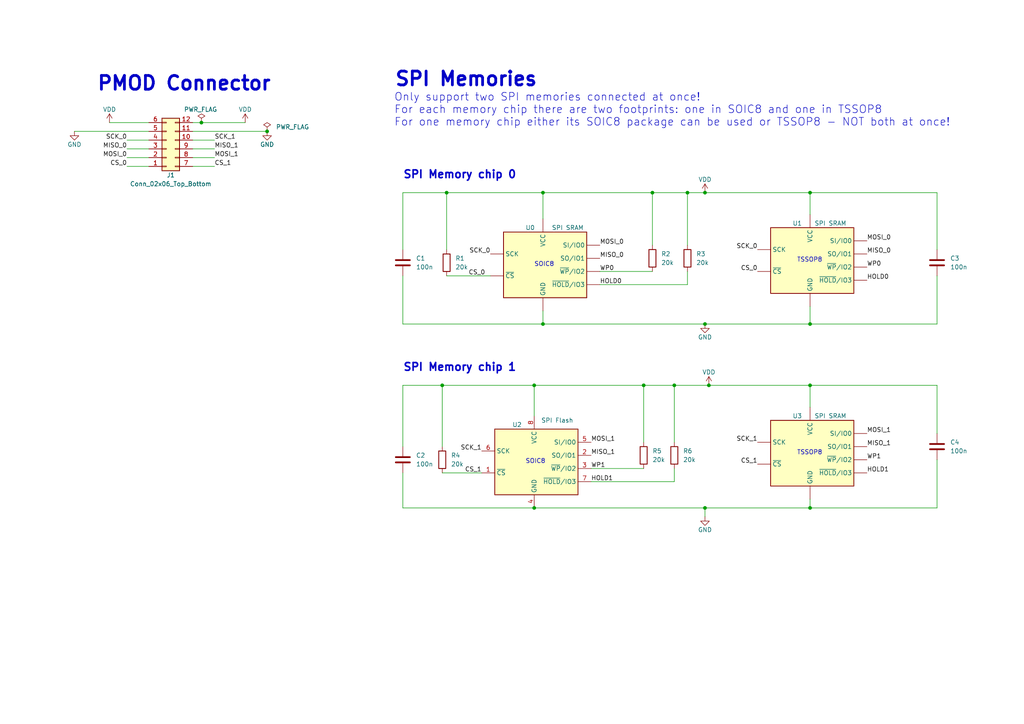
<source format=kicad_sch>
(kicad_sch (version 20211123) (generator eeschema)
  (paper "A4")
  (lib_symbols
    (symbol "Connector_Generic:Conn_02x06_Top_Bottom" (pin_names (offset 1.016) hide)
      (property "Reference" "J" (at 1.27 7.62 0))
      (property "Value" "Conn_02x06_Top_Bottom" (at 1.27 -10.16 0))
      (symbol "Conn_02x06_Top_Bottom_1_1"
        (rectangle (start -1.27 -7.493) (end 0 -7.747) (stroke (width 0.1524)))
        (rectangle (start -1.27 -4.953) (end 0 -5.207) (stroke (width 0.1524)))
        (rectangle (start -1.27 -2.413) (end 0 -2.667) (stroke (width 0.1524)))
        (rectangle (start -1.27 0.127) (end 0 -0.127) (stroke (width 0.1524)))
        (rectangle (start -1.27 2.667) (end 0 2.413) (stroke (width 0.1524)))
        (rectangle (start -1.27 5.207) (end 0 4.953) (stroke (width 0.1524)))
        (rectangle (start -1.27 6.35) (end 3.81 -8.89) (stroke (width 0.254)) (fill (type background)))
        (rectangle (start 3.81 -7.493) (end 2.54 -7.747) (stroke (width 0.1524)))
        (rectangle (start 3.81 -4.953) (end 2.54 -5.207) (stroke (width 0.1524)))
        (rectangle (start 3.81 -2.413) (end 2.54 -2.667) (stroke (width 0.1524)))
        (rectangle (start 3.81 0.127) (end 2.54 -0.127) (stroke (width 0.1524)))
        (rectangle (start 3.81 2.667) (end 2.54 2.413) (stroke (width 0.1524)))
        (rectangle (start 3.81 5.207) (end 2.54 4.953) (stroke (width 0.1524)))
        (pin passive line (at -5.08 5.08 0) (length 3.81) (name "Pin_1") (number "1"))
        (pin passive line (at 7.62 -2.54 180) (length 3.81) (name "Pin_10") (number "10"))
        (pin passive line (at 7.62 -5.08 180) (length 3.81) (name "Pin_11") (number "11"))
        (pin passive line (at 7.62 -7.62 180) (length 3.81) (name "Pin_12") (number "12"))
        (pin passive line (at -5.08 2.54 0) (length 3.81) (name "Pin_2") (number "2"))
        (pin passive line (at -5.08 0 0) (length 3.81) (name "Pin_3") (number "3"))
        (pin passive line (at -5.08 -2.54 0) (length 3.81) (name "Pin_4") (number "4"))
        (pin passive line (at -5.08 -5.08 0) (length 3.81) (name "Pin_5") (number "5"))
        (pin passive line (at -5.08 -7.62 0) (length 3.81) (name "Pin_6") (number "6"))
        (pin passive line (at 7.62 5.08 180) (length 3.81) (name "Pin_7") (number "7"))
        (pin passive line (at 7.62 2.54 180) (length 3.81) (name "Pin_8") (number "8"))
        (pin passive line (at 7.62 0 180) (length 3.81) (name "Pin_9") (number "9"))
      )
    )
    (symbol "Device:C" (pin_numbers hide) (pin_names (offset 0.254))
      (property "Reference" "C" (at 0.635 2.54 0))
      (property "Value" "C" (at 0.635 -2.54 0))
      (symbol "C_0_1"
        (polyline (pts (xy -2.032 -0.762) (xy 2.032 -0.762)) (stroke (width 0.508)))
        (polyline (pts (xy -2.032 0.762) (xy 2.032 0.762)) (stroke (width 0.508)))
      )
      (symbol "C_1_1"
        (pin passive line (at 0 3.81 270) (length 2.794) (name "~") (number "1"))
        (pin passive line (at 0 -3.81 90) (length 2.794) (name "~") (number "2"))
      )
    )
    (symbol "Device:R" (pin_numbers hide) (pin_names (offset 0))
      (property "Reference" "R" (at 2.032 0 90))
      (property "Value" "R" (at 0 0 90))
      (symbol "R_0_1"
        (rectangle (start -1.016 -2.54) (end 1.016 2.54) (stroke (width 0.254)))
      )
      (symbol "R_1_1"
        (pin passive line (at 0 3.81 270) (length 1.27) (name "~") (number "1"))
        (pin passive line (at 0 -3.81 90) (length 1.27) (name "~") (number "2"))
      )
    )
    (symbol "My_Symbols:SPI Memory"
      (property "Reference" "U" (at 2.54 12.7 0))
      (property "Value" "SPI Memory" (at 10.16 10.16 0))
      (symbol "SPI Memory_1_1"
        (rectangle (start -12.7 8.89) (end 11.43 -10.16) (stroke (width 0.254)) (fill (type background)))
        (pin input line (at -16.51 -3.81 0) (length 3.81) (name "~{CS}") (number "1"))
        (pin bidirectional line (at 15.24 1.27 180) (length 3.81) (name "SO/IO1") (number "2"))
        (pin bidirectional line (at 15.24 -2.54 180) (length 3.81) (name "~{WP}/IO2") (number "3"))
        (pin power_in line (at -1.27 -13.97 90) (length 3.81) (name "GND") (number "4"))
        (pin bidirectional line (at 15.24 5.08 180) (length 3.81) (name "SI/IO0") (number "5"))
        (pin input line (at -16.51 2.54 0) (length 3.81) (name "SCK") (number "6"))
        (pin bidirectional line (at 15.24 -6.35 180) (length 3.81) (name "~{HOLD}/IO3") (number "7"))
        (pin power_in line (at -1.27 12.7 270) (length 3.81) (name "VCC") (number "8"))
      )
    )
    (symbol "SPI Memory_1" (pin_numbers hide)
      (property "Reference" "U" (at 2.54 12.7 0))
      (property "Value" "SPI Memory_1" (at 10.16 10.16 0))
      (symbol "SPI Memory_1_1_1"
        (rectangle (start -12.7 8.89) (end 11.43 -10.16) (stroke (width 0.254)) (fill (type background)))
        (pin input line (at -16.51 -3.81 0) (length 3.81) (name "~{CS}") (number "1"))
        (pin bidirectional line (at 15.24 1.27 180) (length 3.81) (name "SO/IO1") (number "2"))
        (pin bidirectional line (at 15.24 -2.54 180) (length 3.81) (name "~{WP}/IO2") (number "3"))
        (pin power_in line (at -1.27 -13.97 90) (length 3.81) (name "GND") (number "4"))
        (pin bidirectional line (at 15.24 5.08 180) (length 3.81) (name "SI/IO0") (number "5"))
        (pin input line (at -16.51 2.54 0) (length 3.81) (name "SCK") (number "6"))
        (pin bidirectional line (at 15.24 -6.35 180) (length 3.81) (name "~{HOLD}/IO3") (number "7"))
        (pin power_in line (at -1.27 12.7 270) (length 3.81) (name "VCC") (number "8"))
      )
    )
    (symbol "power:GND" (power) (pin_names (offset 0))
      (property "Value" "GND" (at 0 -3.81 0))
      (symbol "GND_0_1"
        (polyline (pts (xy 0 0) (xy 0 -1.27) (xy 1.27 -1.27) (xy 0 -2.54) (xy -1.27 -1.27) (xy 0 -1.27)))
      )
      (symbol "GND_1_1"
        (pin power_in line (at 0 0 270) (length 0) hide (name "GND") (number "1"))
      )
    )
    (symbol "power:PWR_FLAG" (power) (pin_numbers hide) (pin_names (offset 0) hide)
      (property "Value" "PWR_FLAG" (at 0 3.81 0))
      (symbol "PWR_FLAG_0_0"
        (pin power_out line (at 0 0 90) (length 0) (name "pwr") (number "1"))
      )
      (symbol "PWR_FLAG_0_1"
        (polyline (pts (xy 0 0) (xy 0 1.27) (xy -1.016 1.905) (xy 0 2.54) (xy 1.016 1.905) (xy 0 1.27)))
      )
    )
    (symbol "power:VDD" (power) (pin_names (offset 0))
      (property "Value" "VDD" (at 0 3.81 0))
      (symbol "VDD_0_1"
        (polyline (pts (xy -0.762 1.27) (xy 0 2.54)))
        (polyline (pts (xy 0 0) (xy 0 2.54)))
        (polyline (pts (xy 0 2.54) (xy 0.762 1.27)))
      )
      (symbol "VDD_1_1"
        (pin power_in line (at 0 0 90) (length 0) hide (name "VDD") (number "1"))
      )
    )
  )
  (junction (at 195.58 111.76))
  (junction (at 77.47 38.1))
  (junction (at 157.48 93.98))
  (junction (at 204.47 93.98))
  (junction (at 204.47 55.88))
  (junction (at 205.6017 111.76))
  (junction (at 128.27 111.76))
  (junction (at 234.95 147.32))
  (junction (at 204.47 147.32))
  (junction (at 129.54 55.88))
  (junction (at 189.23 55.88))
  (junction (at 199.39 55.88))
  (junction (at 157.48 55.88))
  (junction (at 154.94 147.32))
  (junction (at 186.69 111.76))
  (junction (at 234.95 111.76))
  (junction (at 154.94 111.76))
  (junction (at 234.95 93.98))
  (junction (at 58.42 35.56))
  (junction (at 234.95 55.88))
  (wire (pts (xy 199.39 55.88) (xy 204.47 55.88)))
  (wire (pts (xy 271.78 93.98) (xy 234.95 93.98)))
  (wire (pts (xy 154.94 111.76) (xy 154.94 120.65)))
  (wire (pts (xy 116.84 111.76) (xy 128.27 111.76)))
  (wire (pts (xy 271.78 133.35) (xy 271.78 147.32)))
  (wire (pts (xy 128.27 137.16) (xy 139.7 137.16)))
  (wire (pts (xy 116.84 111.76) (xy 116.84 129.54)))
  (wire (pts (xy 195.58 139.7) (xy 195.58 135.89)))
  (wire (pts (xy 271.78 80.01) (xy 271.78 93.98)))
  (wire (pts (xy 205.6017 111.76) (xy 195.58 111.76)))
  (wire (pts (xy 195.58 111.76) (xy 186.69 111.76)))
  (wire (pts (xy 55.88 40.64) (xy 62.23 40.64)))
  (wire (pts (xy 157.48 93.98) (xy 204.47 93.98)))
  (wire (pts (xy 199.39 82.55) (xy 199.39 78.74)))
  (wire (pts (xy 204.47 147.32) (xy 234.95 147.32)))
  (wire (pts (xy 55.88 45.72) (xy 62.23 45.72)))
  (wire (pts (xy 234.95 111.76) (xy 234.95 118.11)))
  (wire (pts (xy 234.95 144.78) (xy 234.95 147.32)))
  (wire (pts (xy 157.48 90.17) (xy 157.48 93.98)))
  (wire (pts (xy 234.95 111.76) (xy 205.6017 111.76)))
  (wire (pts (xy 199.39 55.88) (xy 189.23 55.88)))
  (wire (pts (xy 199.39 55.88) (xy 199.39 71.12)))
  (wire (pts (xy 55.88 38.1) (xy 77.47 38.1)))
  (wire (pts (xy 154.94 147.32) (xy 204.47 147.32)))
  (wire (pts (xy 116.84 55.88) (xy 116.84 72.39)))
  (wire (pts (xy 116.84 55.88) (xy 129.54 55.88)))
  (wire (pts (xy 58.42 35.56) (xy 71.12 35.56)))
  (wire (pts (xy 116.84 93.98) (xy 157.48 93.98)))
  (wire (pts (xy 21.59 38.1) (xy 43.18 38.1)))
  (wire (pts (xy 129.54 80.01) (xy 142.24 80.01)))
  (wire (pts (xy 271.78 125.73) (xy 271.78 111.76)))
  (wire (pts (xy 116.84 147.32) (xy 154.94 147.32)))
  (wire (pts (xy 55.88 43.18) (xy 62.23 43.18)))
  (wire (pts (xy 204.47 55.88) (xy 234.95 55.88)))
  (wire (pts (xy 204.47 147.32) (xy 204.47 149.86)))
  (wire (pts (xy 271.78 111.76) (xy 234.95 111.76)))
  (wire (pts (xy 128.27 111.76) (xy 128.27 129.54)))
  (wire (pts (xy 186.69 111.76) (xy 186.69 128.27)))
  (wire (pts (xy 129.54 55.88) (xy 129.54 72.39)))
  (wire (pts (xy 154.94 111.76) (xy 128.27 111.76)))
  (wire (pts (xy 204.47 93.98) (xy 234.95 93.98)))
  (wire (pts (xy 173.99 78.74) (xy 189.23 78.74)))
  (wire (pts (xy 234.95 55.88) (xy 234.95 62.23)))
  (wire (pts (xy 55.88 48.26) (xy 62.23 48.26)))
  (wire (pts (xy 157.48 55.88) (xy 189.23 55.88)))
  (wire (pts (xy 195.58 111.76) (xy 195.58 128.27)))
  (wire (pts (xy 36.83 40.64) (xy 43.18 40.64)))
  (wire (pts (xy 36.83 45.72) (xy 43.18 45.72)))
  (wire (pts (xy 234.95 88.9) (xy 234.95 93.98)))
  (wire (pts (xy 189.23 55.88) (xy 189.23 71.12)))
  (wire (pts (xy 116.84 147.32) (xy 116.84 137.16)))
  (wire (pts (xy 36.83 48.26) (xy 43.18 48.26)))
  (wire (pts (xy 36.83 43.18) (xy 43.18 43.18)))
  (wire (pts (xy 271.78 147.32) (xy 234.95 147.32)))
  (wire (pts (xy 31.75 35.56) (xy 43.18 35.56)))
  (wire (pts (xy 157.48 55.88) (xy 157.48 63.5)))
  (wire (pts (xy 116.84 80.01) (xy 116.84 93.98)))
  (wire (pts (xy 234.95 55.88) (xy 271.78 55.88)))
  (wire (pts (xy 55.88 35.56) (xy 58.42 35.56)))
  (wire (pts (xy 173.99 82.55) (xy 199.39 82.55)))
  (wire (pts (xy 186.69 111.76) (xy 154.94 111.76)))
  (wire (pts (xy 171.45 139.7) (xy 195.58 139.7)))
  (wire (pts (xy 129.54 55.88) (xy 157.48 55.88)))
  (wire (pts (xy 171.45 135.89) (xy 186.69 135.89)))
  (wire (pts (xy 271.78 55.88) (xy 271.78 72.39)))
  (text "SPI Memories" (at 114.3 25.4 0) (effects (font (size 4 4) (thickness 0.8) bold) (justify left bottom)))
  (text "SOIC8" (at 152.4 134.62 0) (effects (font (size 1.27 1.27)) (justify left bottom)))
  (text "SPI Memory chip 1" (at 116.84 107.95 0) (effects (font (size 2.25 2.25) (thickness 0.45) bold) (justify left bottom)))
  (text "SOIC8" (at 154.94 77.47 0) (effects (font (size 1.27 1.27)) (justify left bottom)))
  (text "TSSOP8" (at 231.14 76.2 0) (effects (font (size 1.27 1.27)) (justify left bottom)))
  (text "TSSOP8" (at 231.14 132.08 0) (effects (font (size 1.27 1.27)) (justify left bottom)))
  (text "Only support two SPI memories connected at once!\nFor each memory chip there are two footprints: one in SOIC8 and one in TSSOP8\nFor one memory chip either its SOIC8 package can be used or TSSOP8 - NOT both at once!" (at 114.3 36.83 0) (effects (font (size 2.25 2.25)) (justify left bottom)))
  (text "PMOD Connector" (at 27.94 26.67 0) (effects (font (size 4 4) (thickness 0.8) bold) (justify left bottom)))
  (text "SPI Memory chip 0" (at 116.84 52.07 0) (effects (font (size 2.25 2.25) (thickness 0.45) bold) (justify left bottom)))
  (label "HOLD0" (at 173.99 82.55 0))
  (label "WP0" (at 251.46 77.47 0))
  (label "WP1" (at 171.45 135.89 0))
  (label "MISO_1" (at 171.45 132.08 0))
  (label "CS_1" (at 62.23 48.26 0))
  (label "MOSI_0" (at 173.99 71.12 0))
  (label "CS_0" (at 36.83 48.26 180))
  (label "MOSI_1" (at 62.23 45.72 0))
  (label "SCK_0" (at 36.83 40.64 180))
  (label "MOSI_1" (at 251.46 125.73 0))
  (label "SCK_1" (at 219.71 128.27 180))
  (label "CS_0" (at 135.89 80.01 0))
  (label "SCK_0" (at 142.24 73.66 180))
  (label "MISO_1" (at 62.23 43.18 0))
  (label "SCK_1" (at 62.23 40.64 0))
  (label "MISO_1" (at 251.46 129.54 0))
  (label "HOLD1" (at 171.45 139.7 0))
  (label "MOSI_0" (at 36.83 45.72 180))
  (label "MOSI_0" (at 251.46 69.85 0))
  (label "CS_1" (at 219.71 134.62 180))
  (label "MISO_0" (at 251.46 73.66 0))
  (label "MISO_0" (at 36.83 43.18 180))
  (label "MISO_0" (at 173.99 74.93 0))
  (label "CS_1" (at 139.7 137.16 180))
  (label "SCK_0" (at 219.71 72.39 180))
  (label "WP1" (at 251.46 133.35 0))
  (label "WP0" (at 173.99 78.74 0))
  (label "CS_0" (at 219.71 78.74 180))
  (label "HOLD1" (at 251.46 137.16 0))
  (label "SCK_1" (at 139.7 130.81 180))
  (label "MOSI_1" (at 171.45 128.27 0))
  (label "HOLD0" (at 251.46 81.28 0))
  (symbol (lib_id "power:VDD") (at 71.12 35.56 0) (unit 1)
    (property "Reference" "#PWR05" (effects hide))
    (property "Value" "VDD" (at 71.12 31.75 0))
  )
  (symbol (lib_id "power:VDD") (at 31.75 35.56 0) (unit 1)
    (property "Reference" "#PWR03" (effects hide))
    (property "Value" "VDD" (at 31.75 31.75 0))
  )
  (symbol (lib_name "SPI Memory_1") (lib_id "My_Symbols:SPI Memory") (at 236.22 74.93 0) (unit 1)
    (property "Reference" "U1" (at 229.87 64.77 0) (effects (justify left)))
    (property "Value" "SPI SRAM" (at 236.22 64.77 0) (effects (justify left)))
    (property "Footprint" "Package_SO:TSSOP-8_4.4x3mm_P0.65mm" (effects hide))
  )
  (symbol (lib_id "power:GND") (at 21.59 38.1 0) (unit 1)
    (property "Reference" "#PWR04" (effects hide))
    (property "Value" "GND" (at 21.59 41.91 0))
  )
  (symbol (lib_id "power:GND") (at 204.47 93.98 0) (unit 1)
    (property "Reference" "#PWR02" (effects hide))
    (property "Value" "GND" (at 204.47 97.79 0))
  )
  (symbol (lib_id "power:PWR_FLAG") (at 77.47 38.1 0) (unit 1)
    (property "Reference" "#FLG0101" (effects hide))
    (property "Value" "PWR_FLAG" (at 80.01 36.8299 0) (effects (justify left)))
  )
  (symbol (lib_id "power:VDD") (at 204.47 55.88 0) (unit 1)
    (property "Reference" "#PWR01" (effects hide))
    (property "Value" "VDD" (at 204.47 52.07 0))
  )
  (symbol (lib_id "Device:C") (at 271.78 76.2 0) (unit 1)
    (property "Reference" "C3" (at 275.59 74.9299 0) (effects (justify left)))
    (property "Value" "100n" (at 275.59 77.4699 0) (effects (justify left)))
    (property "Footprint" "Capacitor_SMD:C_0805_2012Metric_Pad1.18x1.45mm_HandSolder" (effects hide))
  )
  (symbol (lib_id "Device:R") (at 195.58 132.08 0) (unit 1)
    (property "Reference" "R6" (at 198.12 130.8099 0) (effects (justify left)))
    (property "Value" "20k" (at 198.12 133.3499 0) (effects (justify left)))
    (property "Footprint" "Resistor_SMD:R_0805_2012Metric_Pad1.20x1.40mm_HandSolder" (effects hide))
  )
  (symbol (lib_id "Device:R") (at 199.39 74.93 0) (unit 1)
    (property "Reference" "R3" (at 201.93 73.6599 0) (effects (justify left)))
    (property "Value" "20k" (at 201.93 76.1999 0) (effects (justify left)))
    (property "Footprint" "Resistor_SMD:R_0805_2012Metric_Pad1.20x1.40mm_HandSolder" (effects hide))
  )
  (symbol (lib_id "power:VDD") (at 205.6017 111.76 0) (unit 1)
    (property "Reference" "#PWR08" (effects hide))
    (property "Value" "VDD" (at 205.6017 107.95 0))
  )
  (symbol (lib_id "Device:C") (at 116.84 133.35 0) (unit 1)
    (property "Reference" "C2" (at 120.65 132.0799 0) (effects (justify left)))
    (property "Value" "100n" (at 120.65 134.62 0) (effects (justify left)))
    (property "Footprint" "Capacitor_SMD:C_0805_2012Metric_Pad1.18x1.45mm_HandSolder" (effects hide))
  )
  (symbol (lib_id "power:GND") (at 204.47 149.86 0) (unit 1)
    (property "Reference" "#PWR07" (effects hide))
    (property "Value" "GND" (at 204.47 153.67 0))
  )
  (symbol (lib_name "SPI Memory_1") (lib_id "My_Symbols:SPI Memory") (at 236.22 130.81 0) (unit 1)
    (property "Reference" "U3" (at 229.87 120.65 0) (effects (justify left)))
    (property "Value" "SPI SRAM" (at 236.22 120.65 0) (effects (justify left)))
    (property "Footprint" "Package_SO:TSSOP-8_4.4x3mm_P0.65mm" (effects hide))
  )
  (symbol (lib_id "Device:R") (at 128.27 133.35 0) (unit 1)
    (property "Reference" "R4" (at 130.81 132.0799 0) (effects (justify left)))
    (property "Value" "20k" (at 130.81 134.6199 0) (effects (justify left)))
    (property "Footprint" "Resistor_SMD:R_0805_2012Metric_Pad1.20x1.40mm_HandSolder" (effects hide))
  )
  (symbol (lib_id "Device:C") (at 271.78 129.54 0) (unit 1)
    (property "Reference" "C4" (at 275.59 128.2699 0) (effects (justify left)))
    (property "Value" "100n" (at 275.59 130.8099 0) (effects (justify left)))
    (property "Footprint" "Capacitor_SMD:C_0805_2012Metric_Pad1.18x1.45mm_HandSolder" (effects hide))
  )
  (symbol (lib_id "Device:C") (at 116.84 76.2 0) (unit 1)
    (property "Reference" "C1" (at 120.65 74.9299 0) (effects (justify left)))
    (property "Value" "100n" (at 120.65 77.4699 0) (effects (justify left)))
    (property "Footprint" "Capacitor_SMD:C_0805_2012Metric_Pad1.18x1.45mm_HandSolder" (effects hide))
  )
  (symbol (lib_id "power:GND") (at 77.47 38.1 0) (unit 1)
    (property "Reference" "#PWR06" (effects hide))
    (property "Value" "GND" (at 77.47 41.91 0))
  )
  (symbol (lib_id "Device:R") (at 189.23 74.93 0) (unit 1)
    (property "Reference" "R2" (at 191.77 73.6599 0) (effects (justify left)))
    (property "Value" "20k" (at 191.77 76.1999 0) (effects (justify left)))
    (property "Footprint" "Resistor_SMD:R_0805_2012Metric_Pad1.20x1.40mm_HandSolder" (effects hide))
  )
  (symbol (lib_name "SPI Memory_1") (lib_id "My_Symbols:SPI Memory") (at 158.75 76.2 0) (unit 1)
    (property "Reference" "U0" (at 152.4 66.04 0) (effects (justify left)))
    (property "Value" "SPI SRAM" (at 160.02 66.04 0) (effects (justify left)))
    (property "Footprint" "footprint_library:SOIC8_multi_150mil_and_200mil" (effects hide))
  )
  (symbol (lib_id "power:PWR_FLAG") (at 58.42 35.56 0) (unit 1)
    (property "Reference" "#FLG0102" (effects hide))
    (property "Value" "PWR_FLAG" (at 53.34 31.75 0) (effects (justify left)))
  )
  (symbol (lib_id "Connector_Generic:Conn_02x06_Top_Bottom") (at 48.26 43.18 0) (mirror x) (unit 1)
    (property "Reference" "J1" (at 49.53 50.8 0))
    (property "Value" "Conn_02x06_Top_Bottom" (at 49.53 53.34 0))
    (property "Footprint" "footprint_library:PinHeader_2x06_P2.54mm_Horizontal" (effects hide))
  )
  (symbol (lib_id "Device:R") (at 129.54 76.2 0) (unit 1)
    (property "Reference" "R1" (at 132.08 74.9299 0) (effects (justify left)))
    (property "Value" "20k" (at 132.08 77.4699 0) (effects (justify left)))
    (property "Footprint" "Resistor_SMD:R_0805_2012Metric_Pad1.20x1.40mm_HandSolder" (effects hide))
  )
  (symbol (lib_id "Device:R") (at 186.69 132.08 0) (unit 1)
    (property "Reference" "R5" (at 189.23 130.8099 0) (effects (justify left)))
    (property "Value" "20k" (at 189.23 133.3499 0) (effects (justify left)))
    (property "Footprint" "Resistor_SMD:R_0805_2012Metric_Pad1.20x1.40mm_HandSolder" (effects hide))
  )
  (symbol (lib_id "My_Symbols:SPI Memory") (at 156.21 133.35 0) (unit 1)
    (property "Reference" "U2" (at 148.59 123.19 0) (effects (justify left)))
    (property "Value" "SPI Flash" (at 156.9594 121.92 0) (effects (justify left)))
    (property "Footprint" "footprint_library:SOIC8_multi_150mil_and_200mil" (effects hide))
  )
)
</source>
